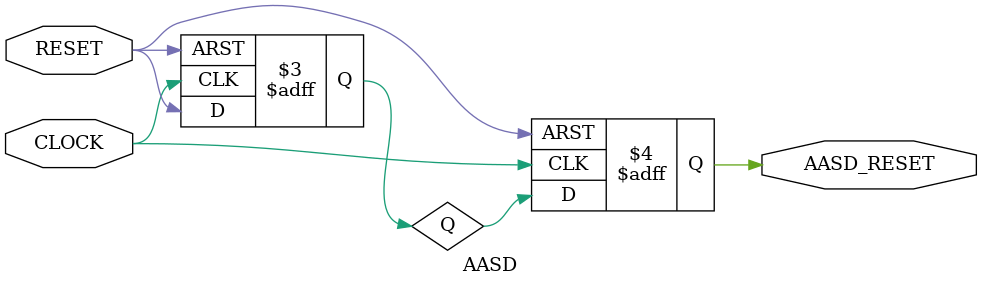
<source format=v>
/***************************************************************************
***                                                                      ***
*** EE 526 L Experiment #6                 Steven Hernandez, Fall, 2023 ***
***                                                                      ***
*** Experiment #6 AASD		                                  ***
***                                                                      ***
****************************************************************************
*** Filename: AASD.v          Created by Steven Hernandez, 10/20/23     ***
***                                                                      ***
****************************************************************************
*** This module is for a AASD reset synchronizer                         ***  
*** This will be used for creating a reset signal                        ***
****************************************************************************/

`timescale 1 ns/ 1 ns
module AASD(CLOCK, RESET, AASD_RESET);
	output reg AASD_RESET;
	input RESET, CLOCK;
	reg Q;

always @(posedge CLOCK or negedge RESET)begin     //dff
	if(!RESET)begin
	Q<=1'b0;
	AASD_RESET<=1'b0;
	end
	else begin
	Q <= RESET;
	AASD_RESET <= Q;
	end
end
endmodule


</source>
